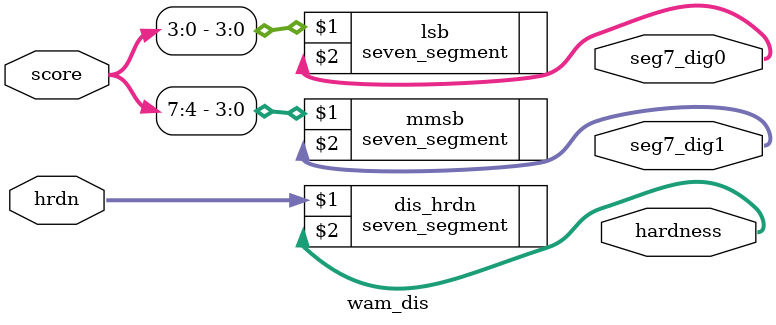
<source format=v>


module wam_led (            // LED output
    input  wire [7:0] holes,
    output wire [7:0] ld
    );

    assign ld = holes;
endmodule // wam_led

module wam_lst (            // digital first bit (hardness bit) flashing for tap or hardness change
    input wire clk_19,
    input wire [7:0] tap,
    input wire lft,
    input wire rgt,
    input wire cout0,
    output reg lstn
    );

    reg  [3:0] cnt;     // counter
    wire trg;           // trigger signal
    wire cout0s;        // cout0 signal conveter

    wam_tch tchc( .clk_19(clk_19), .btn(cout0), .tch(cout0s));
    assign trg = tap[0] | tap[1] | tap[2] | tap[3] | tap[4] | tap[5] | tap[6] | tap[7] | lft | rgt | cout0s;

    always @ (posedge clk_19) begin
        if (cnt > 0) begin                  // lasting
            if (cnt > 4'b0100) begin        // long enough
                cnt <= 4'b0000;
                lstn <= 0;                  // dim
            end
            else begin
                cnt <= cnt + 1;
            end
        end
        else begin                          // idle
            if (trg) begin                  // if trigger then light up
                cnt <= 4'b0001;
                lstn <= 1;
            end
        end
    end
endmodule // wam_lst

module wam_dis(
input [11:0]score,
input [3:0] hrdn,
output [6:0]hardness,
output [6:0]seg7_dig0,
output [6:0]seg7_dig1);

reg [3:0] result_one_digit;
reg [3:0] result_ten_digit;
reg [3:0] result_hundred_digit;
reg result_is_negative;

seven_segment mmsb(score[7:4], seg7_dig1);
seven_segment lsb(score[3:0], seg7_dig0);
seven_segment dis_hrdn(hrdn, hardness);



endmodule


</source>
